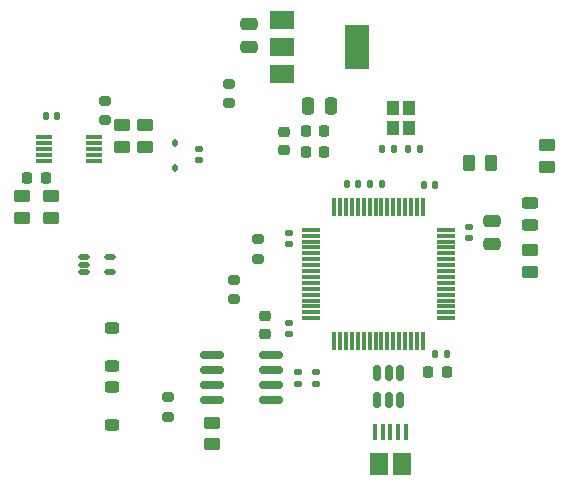
<source format=gtp>
G04 #@! TF.GenerationSoftware,KiCad,Pcbnew,8.0.2*
G04 #@! TF.CreationDate,2025-02-01T15:31:24-07:00*
G04 #@! TF.ProjectId,sdm25wheel,73646d32-3577-4686-9565-6c2e6b696361,v1.1*
G04 #@! TF.SameCoordinates,Original*
G04 #@! TF.FileFunction,Paste,Top*
G04 #@! TF.FilePolarity,Positive*
%FSLAX46Y46*%
G04 Gerber Fmt 4.6, Leading zero omitted, Abs format (unit mm)*
G04 Created by KiCad (PCBNEW 8.0.2) date 2025-02-01 15:31:24*
%MOMM*%
%LPD*%
G01*
G04 APERTURE LIST*
G04 Aperture macros list*
%AMRoundRect*
0 Rectangle with rounded corners*
0 $1 Rounding radius*
0 $2 $3 $4 $5 $6 $7 $8 $9 X,Y pos of 4 corners*
0 Add a 4 corners polygon primitive as box body*
4,1,4,$2,$3,$4,$5,$6,$7,$8,$9,$2,$3,0*
0 Add four circle primitives for the rounded corners*
1,1,$1+$1,$2,$3*
1,1,$1+$1,$4,$5*
1,1,$1+$1,$6,$7*
1,1,$1+$1,$8,$9*
0 Add four rect primitives between the rounded corners*
20,1,$1+$1,$2,$3,$4,$5,0*
20,1,$1+$1,$4,$5,$6,$7,0*
20,1,$1+$1,$6,$7,$8,$9,0*
20,1,$1+$1,$8,$9,$2,$3,0*%
G04 Aperture macros list end*
%ADD10RoundRect,0.140000X-0.140000X-0.170000X0.140000X-0.170000X0.140000X0.170000X-0.140000X0.170000X0*%
%ADD11RoundRect,0.150000X0.150000X-0.512500X0.150000X0.512500X-0.150000X0.512500X-0.150000X-0.512500X0*%
%ADD12RoundRect,0.140000X-0.170000X0.140000X-0.170000X-0.140000X0.170000X-0.140000X0.170000X0.140000X0*%
%ADD13RoundRect,0.112500X-0.112500X0.187500X-0.112500X-0.187500X0.112500X-0.187500X0.112500X0.187500X0*%
%ADD14RoundRect,0.200000X-0.275000X0.200000X-0.275000X-0.200000X0.275000X-0.200000X0.275000X0.200000X0*%
%ADD15RoundRect,0.225000X-0.250000X0.225000X-0.250000X-0.225000X0.250000X-0.225000X0.250000X0.225000X0*%
%ADD16RoundRect,0.250000X0.450000X-0.262500X0.450000X0.262500X-0.450000X0.262500X-0.450000X-0.262500X0*%
%ADD17RoundRect,0.075000X-0.075000X0.700000X-0.075000X-0.700000X0.075000X-0.700000X0.075000X0.700000X0*%
%ADD18RoundRect,0.075000X-0.700000X0.075000X-0.700000X-0.075000X0.700000X-0.075000X0.700000X0.075000X0*%
%ADD19RoundRect,0.225000X-0.225000X-0.250000X0.225000X-0.250000X0.225000X0.250000X-0.225000X0.250000X0*%
%ADD20R,2.000000X1.500000*%
%ADD21R,2.000000X3.800000*%
%ADD22RoundRect,0.250000X-0.250000X-0.475000X0.250000X-0.475000X0.250000X0.475000X-0.250000X0.475000X0*%
%ADD23RoundRect,0.140000X0.140000X0.170000X-0.140000X0.170000X-0.140000X-0.170000X0.140000X-0.170000X0*%
%ADD24RoundRect,0.250000X-0.475000X0.250000X-0.475000X-0.250000X0.475000X-0.250000X0.475000X0.250000X0*%
%ADD25RoundRect,0.218750X0.256250X-0.218750X0.256250X0.218750X-0.256250X0.218750X-0.256250X-0.218750X0*%
%ADD26RoundRect,0.250000X-0.450000X0.262500X-0.450000X-0.262500X0.450000X-0.262500X0.450000X0.262500X0*%
%ADD27RoundRect,0.200000X0.275000X-0.200000X0.275000X0.200000X-0.275000X0.200000X-0.275000X-0.200000X0*%
%ADD28RoundRect,0.243750X0.456250X-0.243750X0.456250X0.243750X-0.456250X0.243750X-0.456250X-0.243750X0*%
%ADD29RoundRect,0.245000X-0.380000X0.245000X-0.380000X-0.245000X0.380000X-0.245000X0.380000X0.245000X0*%
%ADD30R,0.400000X1.350000*%
%ADD31R,1.500000X1.900000*%
%ADD32RoundRect,0.245000X0.380000X-0.245000X0.380000X0.245000X-0.380000X0.245000X-0.380000X-0.245000X0*%
%ADD33RoundRect,0.112500X-0.362500X-0.112500X0.362500X-0.112500X0.362500X0.112500X-0.362500X0.112500X0*%
%ADD34RoundRect,0.070000X-0.630000X-0.070000X0.630000X-0.070000X0.630000X0.070000X-0.630000X0.070000X0*%
%ADD35RoundRect,0.250000X-0.262500X-0.450000X0.262500X-0.450000X0.262500X0.450000X-0.262500X0.450000X0*%
%ADD36RoundRect,0.150000X0.825000X0.150000X-0.825000X0.150000X-0.825000X-0.150000X0.825000X-0.150000X0*%
%ADD37R,1.000000X1.200000*%
%ADD38RoundRect,0.140000X0.170000X-0.140000X0.170000X0.140000X-0.170000X0.140000X-0.170000X-0.140000X0*%
G04 APERTURE END LIST*
D10*
X188020000Y-90600000D03*
X188980000Y-90600000D03*
D11*
X184100000Y-108775000D03*
X185050000Y-108775000D03*
X186000000Y-108775000D03*
X186000000Y-106500000D03*
X185050000Y-106500000D03*
X184100000Y-106500000D03*
D12*
X176600000Y-102220000D03*
X176600000Y-103180000D03*
D13*
X167000000Y-87000000D03*
X167000000Y-89100000D03*
D14*
X171500000Y-82000000D03*
X171500000Y-83650000D03*
D12*
X178900000Y-106420000D03*
X178900000Y-107380000D03*
D15*
X174600000Y-101625000D03*
X174600000Y-103175000D03*
D16*
X162450000Y-87325000D03*
X162450000Y-85500000D03*
D17*
X187950000Y-92425000D03*
X187450000Y-92425000D03*
X186950000Y-92425000D03*
X186450000Y-92425000D03*
X185950000Y-92425000D03*
X185450000Y-92425000D03*
X184950000Y-92425000D03*
X184450000Y-92425000D03*
X183950000Y-92425000D03*
X183450000Y-92425000D03*
X182950000Y-92425000D03*
X182450000Y-92425000D03*
X181950000Y-92425000D03*
X181450000Y-92425000D03*
X180950000Y-92425000D03*
X180450000Y-92425000D03*
D18*
X178525000Y-94350000D03*
X178525000Y-94850000D03*
X178525000Y-95350000D03*
X178525000Y-95850000D03*
X178525000Y-96350000D03*
X178525000Y-96850000D03*
X178525000Y-97350000D03*
X178525000Y-97850000D03*
X178525000Y-98350000D03*
X178525000Y-98850000D03*
X178525000Y-99350000D03*
X178525000Y-99850000D03*
X178525000Y-100350000D03*
X178525000Y-100850000D03*
X178525000Y-101350000D03*
X178525000Y-101850000D03*
D17*
X180450000Y-103775000D03*
X180950000Y-103775000D03*
X181450000Y-103775000D03*
X181950000Y-103775000D03*
X182450000Y-103775000D03*
X182950000Y-103775000D03*
X183450000Y-103775000D03*
X183950000Y-103775000D03*
X184450000Y-103775000D03*
X184950000Y-103775000D03*
X185450000Y-103775000D03*
X185950000Y-103775000D03*
X186450000Y-103775000D03*
X186950000Y-103775000D03*
X187450000Y-103775000D03*
X187950000Y-103775000D03*
D18*
X189875000Y-101850000D03*
X189875000Y-101350000D03*
X189875000Y-100850000D03*
X189875000Y-100350000D03*
X189875000Y-99850000D03*
X189875000Y-99350000D03*
X189875000Y-98850000D03*
X189875000Y-98350000D03*
X189875000Y-97850000D03*
X189875000Y-97350000D03*
X189875000Y-96850000D03*
X189875000Y-96350000D03*
X189875000Y-95850000D03*
X189875000Y-95350000D03*
X189875000Y-94850000D03*
X189875000Y-94350000D03*
D19*
X188425000Y-106400000D03*
X189975000Y-106400000D03*
D20*
X176050000Y-76600000D03*
X176050000Y-78900000D03*
D21*
X182350000Y-78900000D03*
D20*
X176050000Y-81200000D03*
D22*
X178250000Y-83900000D03*
X180150000Y-83900000D03*
D12*
X191900000Y-94100000D03*
X191900000Y-95060000D03*
D10*
X156040000Y-84750000D03*
X157000000Y-84750000D03*
D23*
X184480000Y-90500000D03*
X183520000Y-90500000D03*
D19*
X178025000Y-87800000D03*
X179575000Y-87800000D03*
D12*
X177400000Y-106420000D03*
X177400000Y-107380000D03*
D14*
X174000000Y-95175000D03*
X174000000Y-96825000D03*
D24*
X173200000Y-76950000D03*
X173200000Y-78850000D03*
D25*
X176166000Y-87637500D03*
X176166000Y-86062500D03*
D16*
X154000000Y-93325000D03*
X154000000Y-91500000D03*
D26*
X197000000Y-96087500D03*
X197000000Y-97912500D03*
D27*
X161000000Y-85075000D03*
X161000000Y-83425000D03*
D28*
X197000000Y-93937500D03*
X197000000Y-92062500D03*
D29*
X161625000Y-102640000D03*
X161625000Y-105860000D03*
D30*
X183900000Y-111500000D03*
X184550000Y-111500000D03*
X185200000Y-111500000D03*
X185850000Y-111500000D03*
X186500000Y-111500000D03*
D31*
X184200000Y-114200000D03*
X186200000Y-114200000D03*
D19*
X154475000Y-90000000D03*
X156025000Y-90000000D03*
D26*
X164450000Y-85500000D03*
X164450000Y-87325000D03*
D27*
X172000000Y-100225000D03*
X172000000Y-98575000D03*
D24*
X193800000Y-93650000D03*
X193800000Y-95550000D03*
D32*
X161625000Y-110860000D03*
X161625000Y-107640000D03*
D26*
X198500000Y-87175000D03*
X198500000Y-89000000D03*
D33*
X159300000Y-96650000D03*
X159300000Y-97300000D03*
X159300000Y-97950000D03*
X161500000Y-97950000D03*
X161500000Y-96650000D03*
D26*
X170100000Y-110687500D03*
X170100000Y-112512500D03*
D10*
X189020000Y-104900000D03*
X189980000Y-104900000D03*
D34*
X155860000Y-86500000D03*
X155860000Y-87000000D03*
X155860000Y-87500000D03*
X155860000Y-88000000D03*
X155860000Y-88500000D03*
X160140000Y-88500000D03*
X160140000Y-88000000D03*
X160140000Y-87500000D03*
X160140000Y-87000000D03*
X160140000Y-86500000D03*
D10*
X186720000Y-87500000D03*
X187680000Y-87500000D03*
X181520000Y-90500000D03*
X182480000Y-90500000D03*
D35*
X191887500Y-88700000D03*
X193712500Y-88700000D03*
D27*
X166400000Y-110185000D03*
X166400000Y-108535000D03*
D36*
X175075000Y-108805000D03*
X175075000Y-107535000D03*
X175075000Y-106265000D03*
X175075000Y-104995000D03*
X170125000Y-104995000D03*
X170125000Y-106265000D03*
X170125000Y-107535000D03*
X170125000Y-108805000D03*
D37*
X186750000Y-85750000D03*
X186750000Y-84050000D03*
X185450000Y-84050000D03*
X185450000Y-85750000D03*
D10*
X184520000Y-87500000D03*
X185480000Y-87500000D03*
D16*
X156500000Y-93325000D03*
X156500000Y-91500000D03*
D38*
X176600000Y-95580000D03*
X176600000Y-94620000D03*
D19*
X178025000Y-86000000D03*
X179575000Y-86000000D03*
D38*
X169000000Y-88480000D03*
X169000000Y-87520000D03*
M02*

</source>
